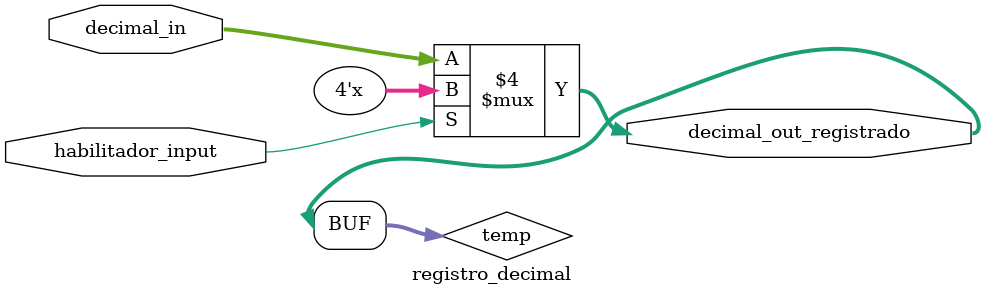
<source format=v>
module registro_decimal(
input [3:0] decimal_in,
input habilitador_input,
output wire [3:0] decimal_out_registrado
);

reg [3:0] temp;

always @ (habilitador_input)
	begin
		if(habilitador_input==1'b0)
			begin
				temp=decimal_in;
				
			end
		else
		begin
				
				temp=temp;
				
				
		end
	end


assign decimal_out_registrado=temp;

endmodule

</source>
